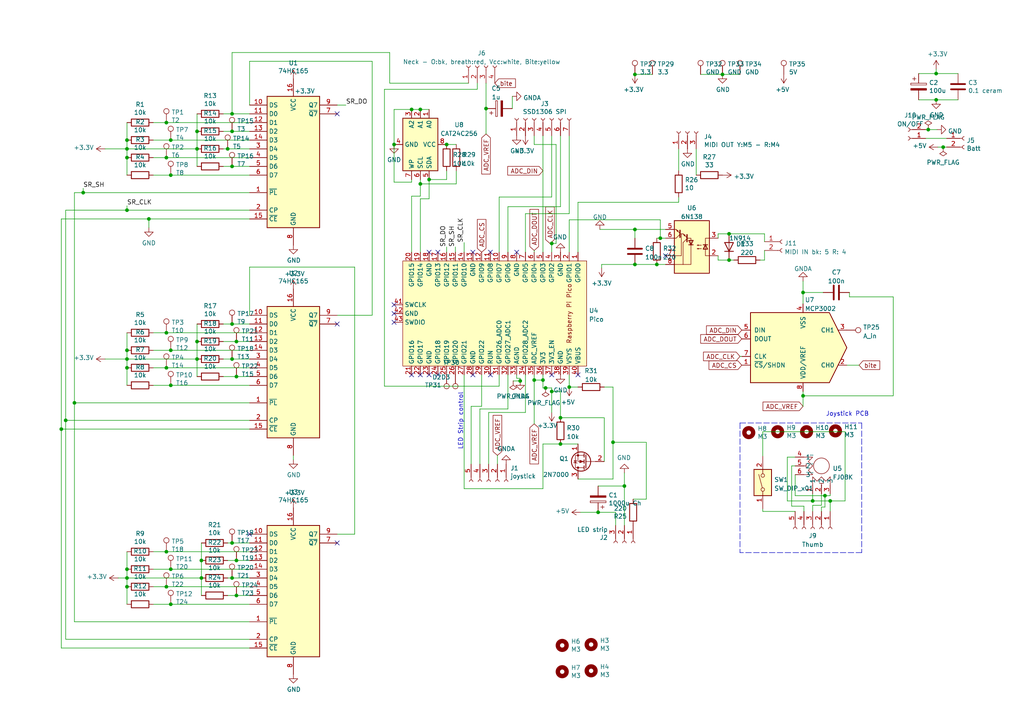
<source format=kicad_sch>
(kicad_sch (version 20211123) (generator eeschema)
  (paper "A4")
  (junction (at 235.712 145.288))
  (junction (at 48.26 106.68))
  (junction (at 154.94 110.236))
  (junction (at 158.242 112.522))
  (junction (at 66.04 43.18))
  (junction (at 382.524 160.02))
  (junction (at 48.26 35.56))
  (junction (at 114.3 41.91))
  (junction (at 173.482 148.59))
  (junction (at 364.744 127))
  (junction (at 165.1 112.268))
  (junction (at 36.83 45.72))
  (junction (at 273.558 42.672))
  (junction (at 49.53 101.6))
  (junction (at 211.455 67.818))
  (junction (at 57.15 38.1))
  (junction (at 160.02 113.538))
  (junction (at 67.31 93.98))
  (junction (at 184.15 21.59))
  (junction (at 190.5 76.708))
  (junction (at 67.31 38.1))
  (junction (at 48.26 45.72))
  (junction (at 49.53 111.76))
  (junction (at 24.13 55.88))
  (junction (at 36.83 170.18))
  (junction (at 57.15 99.06))
  (junction (at 48.26 170.18))
  (junction (at 58.42 167.64))
  (junction (at 157.48 110.236))
  (junction (at 19.05 121.92))
  (junction (at 271.526 28.956))
  (junction (at 240.792 145.288))
  (junction (at 364.744 123.19))
  (junction (at 67.31 33.02))
  (junction (at 162.56 121.158))
  (junction (at 57.15 43.18))
  (junction (at 36.83 106.68))
  (junction (at 239.268 143.764))
  (junction (at 57.15 104.14))
  (junction (at 184.15 76.708))
  (junction (at 181.102 140.97))
  (junction (at 36.83 101.6))
  (junction (at 36.83 167.64))
  (junction (at 359.664 139.7))
  (junction (at 68.58 172.72))
  (junction (at 121.92 31.75))
  (junction (at 68.58 162.56))
  (junction (at 269.24 37.592))
  (junction (at 49.53 175.26))
  (junction (at 177.8 128.27))
  (junction (at 36.83 40.64))
  (junction (at 184.15 66.548))
  (junction (at 232.918 114.808))
  (junction (at 67.31 157.48))
  (junction (at 36.83 43.18))
  (junction (at 382.524 163.576))
  (junction (at 369.824 134.62))
  (junction (at 49.53 50.8))
  (junction (at 43.18 63.5))
  (junction (at 271.526 21.336))
  (junction (at 36.83 104.14))
  (junction (at 140.97 31.496))
  (junction (at 48.26 160.02))
  (junction (at 162.56 128.778))
  (junction (at 119.38 31.75))
  (junction (at 36.83 60.96))
  (junction (at 58.42 162.56))
  (junction (at 129.54 41.91))
  (junction (at 67.31 48.26))
  (junction (at 36.83 165.1))
  (junction (at 21.59 116.84))
  (junction (at 17.78 124.46))
  (junction (at 67.31 104.14))
  (junction (at 232.918 84.836))
  (junction (at 49.53 165.1))
  (junction (at 160.02 70.612))
  (junction (at 48.26 96.52))
  (junction (at 150.876 110.49))
  (junction (at 124.46 52.07))
  (junction (at 364.744 139.7))
  (junction (at 209.55 21.59))
  (junction (at 191.516 69.088))
  (junction (at 68.58 99.06))
  (junction (at 49.53 40.64))
  (junction (at 121.92 53.34))
  (junction (at 67.31 167.64))
  (junction (at 68.58 109.22))
  (junction (at 211.455 75.438))
  (no_connect (at 97.79 33.02))
  (no_connect (at 160.02 108.712))
  (no_connect (at 142.24 73.152))
  (no_connect (at 119.38 108.712))
  (no_connect (at 114.3 93.472))
  (no_connect (at 124.46 73.152))
  (no_connect (at 127 73.152))
  (no_connect (at 137.16 73.152))
  (no_connect (at 97.79 157.48))
  (no_connect (at 137.16 108.712))
  (no_connect (at 114.3 90.932))
  (no_connect (at 149.86 73.152))
  (no_connect (at 72.39 154.94))
  (no_connect (at 124.46 108.712))
  (no_connect (at 371.094 142.24))
  (no_connect (at 371.094 144.78))
  (no_connect (at 371.094 147.32))
  (no_connect (at 142.24 108.712))
  (no_connect (at 114.3 88.392))
  (no_connect (at 97.79 93.98))
  (no_connect (at 127 108.712))
  (no_connect (at 193.04 74.168))
  (no_connect (at 121.92 108.712))
  (no_connect (at 167.64 108.712))
  (wire (pts (xy 57.15 33.02) (xy 57.15 38.1)))
  (wire (pts (xy 111.506 25.908) (xy 138.43 25.908)))
  (wire (pts (xy 68.58 109.22) (xy 64.77 109.22)))
  (wire (pts (xy 230.632 148.336) (xy 221.234 148.336)))
  (wire (pts (xy 44.45 45.72) (xy 48.26 45.72)))
  (wire (pts (xy 181.102 137.16) (xy 181.102 140.97)))
  (wire (pts (xy 229.616 146.812) (xy 233.172 146.812)))
  (wire (pts (xy 72.39 40.64) (xy 49.53 40.64)))
  (wire (pts (xy 162.56 121.158) (xy 175.26 121.158)))
  (wire (pts (xy 113.03 15.24) (xy 113.03 24.13)))
  (wire (pts (xy 57.15 93.98) (xy 57.15 99.06)))
  (wire (pts (xy 132.334 49.53) (xy 132.334 53.34)))
  (wire (pts (xy 68.58 99.06) (xy 72.39 99.06)))
  (wire (pts (xy 364.744 139.7) (xy 364.744 150.876)))
  (wire (pts (xy 368.554 142.24) (xy 368.554 134.62)))
  (wire (pts (xy 238.252 143.256) (xy 238.252 146.558)))
  (wire (pts (xy 374.396 167.386) (xy 396.494 167.386)))
  (wire (pts (xy 144.78 112.014) (xy 111.506 112.014)))
  (wire (pts (xy 30.48 104.14) (xy 36.83 104.14)))
  (wire (pts (xy 72.39 180.34) (xy 21.59 180.34)))
  (polyline (pts (xy 394.208 100.076) (xy 393.954 173.736)))
  (wire (pts (xy 230.632 143.764) (xy 239.268 143.764)))
  (wire (pts (xy 48.26 170.18) (xy 72.39 170.18)))
  (wire (pts (xy 48.26 160.02) (xy 72.39 160.02)))
  (wire (pts (xy 134.62 108.712) (xy 134.62 141.732)))
  (wire (pts (xy 221.742 75.438) (xy 220.472 75.438)))
  (wire (pts (xy 378.206 160.02) (xy 382.524 160.02)))
  (wire (pts (xy 72.39 121.92) (xy 19.05 121.92)))
  (wire (pts (xy 58.42 167.64) (xy 58.42 172.72)))
  (wire (pts (xy 66.04 162.56) (xy 68.58 162.56)))
  (wire (pts (xy 119.38 52.832) (xy 119.38 52.07)))
  (wire (pts (xy 271.526 21.336) (xy 271.526 20.066)))
  (wire (pts (xy 157.48 141.732) (xy 157.48 128.778)))
  (wire (pts (xy 44.45 175.26) (xy 49.53 175.26)))
  (wire (pts (xy 368.554 134.62) (xy 369.824 134.62)))
  (wire (pts (xy 67.31 15.24) (xy 67.31 33.02)))
  (wire (pts (xy 64.77 99.06) (xy 68.58 99.06)))
  (wire (pts (xy 240.792 143.764) (xy 240.792 143.256)))
  (wire (pts (xy 174.498 76.708) (xy 174.498 77.724)))
  (wire (pts (xy 121.92 53.34) (xy 121.92 56.896)))
  (wire (pts (xy 175.26 121.158) (xy 175.26 133.858)))
  (wire (pts (xy 57.15 99.06) (xy 57.15 104.14)))
  (wire (pts (xy 114.3 31.75) (xy 114.3 41.91)))
  (wire (pts (xy 139.192 134.62) (xy 139.192 118.618)))
  (wire (pts (xy 36.83 59.69) (xy 36.83 60.96)))
  (wire (pts (xy 149.86 109.728) (xy 150.876 109.728)))
  (wire (pts (xy 190.5 69.088) (xy 191.516 69.088)))
  (wire (pts (xy 66.04 172.72) (xy 68.58 172.72)))
  (polyline (pts (xy 214.63 122.682) (xy 214.63 160.274)))
  (wire (pts (xy 136.652 117.856) (xy 136.652 134.62)))
  (wire (pts (xy 17.78 187.96) (xy 17.78 124.46)))
  (wire (pts (xy 48.26 35.56) (xy 72.39 35.56)))
  (wire (pts (xy 184.15 21.59) (xy 189.23 21.59)))
  (wire (pts (xy 235.712 143.256) (xy 235.712 145.288)))
  (wire (pts (xy 271.526 21.336) (xy 277.876 21.336)))
  (wire (pts (xy 358.14 133.858) (xy 358.14 137.16)))
  (wire (pts (xy 72.39 91.44) (xy 72.39 77.47)))
  (wire (pts (xy 85.09 132.08) (xy 85.09 133.35)))
  (wire (pts (xy 152.4 73.152) (xy 152.4 61.976)))
  (wire (pts (xy 358.14 142.24) (xy 368.554 142.24)))
  (wire (pts (xy 36.83 60.96) (xy 72.39 60.96)))
  (wire (pts (xy 49.53 50.8) (xy 44.45 50.8)))
  (wire (pts (xy 36.83 101.6) (xy 36.83 96.52)))
  (wire (pts (xy 238.252 147.066) (xy 239.268 147.066)))
  (wire (pts (xy 162.56 39.37) (xy 162.56 59.944)))
  (wire (pts (xy 374.396 163.576) (xy 374.396 167.386)))
  (wire (pts (xy 239.268 143.764) (xy 240.792 143.764)))
  (wire (pts (xy 147.32 118.618) (xy 147.32 108.712)))
  (wire (pts (xy 113.03 24.13) (xy 135.89 24.13)))
  (wire (pts (xy 196.85 57.15) (xy 196.85 58.674)))
  (wire (pts (xy 229.616 135.128) (xy 230.632 135.128)))
  (wire (pts (xy 72.39 187.96) (xy 17.78 187.96)))
  (wire (pts (xy 140.97 38.862) (xy 140.97 31.496)))
  (wire (pts (xy 66.04 167.64) (xy 67.31 167.64)))
  (wire (pts (xy 114.3 52.832) (xy 119.38 52.832)))
  (wire (pts (xy 160.02 70.612) (xy 160.02 73.152)))
  (wire (pts (xy 273.558 42.672) (xy 272.034 42.672)))
  (wire (pts (xy 181.102 140.97) (xy 181.102 152.4)))
  (wire (pts (xy 44.45 35.56) (xy 48.26 35.56)))
  (wire (pts (xy 67.31 157.48) (xy 72.39 157.48)))
  (wire (pts (xy 174.498 76.708) (xy 184.15 76.708)))
  (wire (pts (xy 154.94 72.644) (xy 154.94 73.152)))
  (wire (pts (xy 382.524 163.576) (xy 384.302 163.576)))
  (wire (pts (xy 72.39 77.47) (xy 102.87 77.47)))
  (wire (pts (xy 191.516 69.088) (xy 193.04 69.088)))
  (wire (pts (xy 208.28 74.168) (xy 208.28 75.438)))
  (wire (pts (xy 107.95 91.44) (xy 97.79 91.44)))
  (wire (pts (xy 364.744 127) (xy 364.744 137.16)))
  (wire (pts (xy 58.42 157.48) (xy 58.42 162.56)))
  (wire (pts (xy 228.346 145.288) (xy 235.712 145.288)))
  (wire (pts (xy 141.732 134.62) (xy 141.732 119.634)))
  (wire (pts (xy 43.18 63.5) (xy 72.39 63.5)))
  (wire (pts (xy 72.39 50.8) (xy 49.53 50.8)))
  (wire (pts (xy 148.844 110.49) (xy 150.876 110.49)))
  (wire (pts (xy 58.42 167.64) (xy 58.42 162.56)))
  (wire (pts (xy 36.83 167.64) (xy 36.83 170.18)))
  (wire (pts (xy 36.83 165.1) (xy 36.83 160.02)))
  (wire (pts (xy 134.62 70.358) (xy 134.62 73.152)))
  (polyline (pts (xy 351.79 100.33) (xy 394.208 100.076)))
  (wire (pts (xy 157.48 128.778) (xy 162.56 128.778)))
  (wire (pts (xy 162.56 121.158) (xy 162.56 113.538)))
  (wire (pts (xy 72.39 30.48) (xy 72.39 17.78)))
  (wire (pts (xy 266.446 28.956) (xy 271.526 28.956)))
  (wire (pts (xy 44.45 106.68) (xy 48.26 106.68)))
  (wire (pts (xy 36.83 43.18) (xy 36.83 40.64)))
  (wire (pts (xy 49.53 111.76) (xy 72.39 111.76)))
  (wire (pts (xy 221.234 125.222) (xy 245.11 125.222)))
  (wire (pts (xy 175.26 112.268) (xy 177.8 112.268)))
  (wire (pts (xy 113.03 15.24) (xy 67.31 15.24)))
  (wire (pts (xy 121.92 73.152) (xy 121.92 57.658)))
  (wire (pts (xy 208.28 75.438) (xy 211.455 75.438)))
  (wire (pts (xy 129.54 71.628) (xy 129.54 73.152)))
  (wire (pts (xy 233.172 146.812) (xy 233.172 148.336)))
  (wire (pts (xy 119.38 31.75) (xy 121.92 31.75)))
  (wire (pts (xy 72.39 165.1) (xy 49.53 165.1)))
  (wire (pts (xy 139.7 108.712) (xy 139.7 117.856)))
  (wire (pts (xy 162.56 128.778) (xy 167.64 128.778)))
  (wire (pts (xy 139.7 117.856) (xy 136.652 117.856)))
  (wire (pts (xy 208.28 67.818) (xy 211.455 67.818)))
  (wire (pts (xy 48.26 96.52) (xy 44.45 96.52)))
  (wire (pts (xy 36.83 170.18) (xy 36.83 175.26)))
  (wire (pts (xy 268.478 40.132) (xy 274.574 40.132)))
  (wire (pts (xy 36.83 45.72) (xy 36.83 50.8)))
  (wire (pts (xy 358.14 139.7) (xy 359.664 139.7)))
  (wire (pts (xy 44.45 160.02) (xy 48.26 160.02)))
  (wire (pts (xy 230.632 137.668) (xy 230.632 143.764)))
  (wire (pts (xy 141.732 119.634) (xy 152.4 119.634)))
  (wire (pts (xy 24.13 54.61) (xy 24.13 55.88)))
  (wire (pts (xy 266.446 21.336) (xy 271.526 21.336)))
  (wire (pts (xy 221.742 72.644) (xy 221.742 75.438)))
  (wire (pts (xy 229.616 146.812) (xy 229.616 135.128)))
  (wire (pts (xy 64.77 104.14) (xy 67.31 104.14)))
  (wire (pts (xy 121.92 57.658) (xy 124.46 57.658)))
  (wire (pts (xy 24.13 55.88) (xy 72.39 55.88)))
  (wire (pts (xy 111.506 112.014) (xy 111.506 25.908)))
  (wire (pts (xy 165.1 39.37) (xy 165.1 61.976)))
  (wire (pts (xy 152.4 61.976) (xy 165.1 61.976)))
  (wire (pts (xy 240.792 145.288) (xy 240.792 148.336)))
  (wire (pts (xy 19.05 185.42) (xy 72.39 185.42)))
  (wire (pts (xy 159.512 70.612) (xy 160.02 70.612)))
  (wire (pts (xy 57.15 43.18) (xy 36.83 43.18)))
  (wire (pts (xy 64.77 48.26) (xy 67.31 48.26)))
  (wire (pts (xy 203.2 21.59) (xy 209.55 21.59)))
  (wire (pts (xy 209.55 21.59) (xy 214.63 21.59)))
  (wire (pts (xy 269.24 37.592) (xy 268.478 37.592)))
  (wire (pts (xy 154.94 110.236) (xy 157.48 110.236)))
  (polyline (pts (xy 214.63 122.682) (xy 249.936 122.682)))
  (wire (pts (xy 232.918 114.808) (xy 259.08 114.808)))
  (wire (pts (xy 184.15 76.708) (xy 190.5 76.708)))
  (wire (pts (xy 364.744 137.16) (xy 371.094 137.16)))
  (wire (pts (xy 382.016 163.576) (xy 382.524 163.576)))
  (wire (pts (xy 165.1 108.712) (xy 165.1 112.268)))
  (wire (pts (xy 44.45 111.76) (xy 49.53 111.76)))
  (wire (pts (xy 121.92 56.896) (xy 119.38 56.896)))
  (wire (pts (xy 165.1 73.152) (xy 165.1 63.754)))
  (wire (pts (xy 144.78 57.15) (xy 160.02 57.15)))
  (wire (pts (xy 102.87 77.47) (xy 102.87 154.94)))
  (wire (pts (xy 19.05 185.42) (xy 19.05 121.92)))
  (wire (pts (xy 121.92 31.75) (xy 124.46 31.75)))
  (wire (pts (xy 67.31 48.26) (xy 72.39 48.26)))
  (wire (pts (xy 64.77 93.98) (xy 67.31 93.98)))
  (polyline (pts (xy 393.954 173.736) (xy 352.552 173.736)))
  (wire (pts (xy 134.62 141.732) (xy 157.48 141.732)))
  (wire (pts (xy 358.14 144.78) (xy 359.664 144.78)))
  (wire (pts (xy 173.99 66.548) (xy 184.15 66.548)))
  (wire (pts (xy 148.59 31.496) (xy 148.59 27.94)))
  (wire (pts (xy 157.48 39.37) (xy 157.48 73.152)))
  (wire (pts (xy 102.87 154.94) (xy 97.79 154.94)))
  (wire (pts (xy 382.524 163.576) (xy 382.524 160.02)))
  (wire (pts (xy 369.824 134.62) (xy 371.094 134.62)))
  (wire (pts (xy 364.744 139.7) (xy 371.094 139.7)))
  (wire (pts (xy 228.346 132.588) (xy 228.346 145.288)))
  (wire (pts (xy 67.31 104.14) (xy 72.39 104.14)))
  (wire (pts (xy 178.562 148.59) (xy 178.562 152.4)))
  (wire (pts (xy 107.95 17.78) (xy 107.95 91.44)))
  (wire (pts (xy 64.77 43.18) (xy 66.04 43.18)))
  (wire (pts (xy 235.712 145.288) (xy 240.792 145.288)))
  (wire (pts (xy 154.94 110.236) (xy 154.94 108.712)))
  (wire (pts (xy 132.08 71.628) (xy 132.08 73.152)))
  (wire (pts (xy 359.664 144.78) (xy 359.664 151.13)))
  (wire (pts (xy 235.712 146.558) (xy 235.712 148.336)))
  (wire (pts (xy 342.392 156.972) (xy 342.392 133.858)))
  (wire (pts (xy 277.876 28.956) (xy 271.526 28.956)))
  (wire (pts (xy 30.48 43.18) (xy 36.83 43.18)))
  (wire (pts (xy 19.05 121.92) (xy 19.05 60.96)))
  (wire (pts (xy 67.31 167.64) (xy 72.39 167.64)))
  (wire (pts (xy 124.46 52.07) (xy 129.54 52.07)))
  (wire (pts (xy 57.15 104.14) (xy 57.15 109.22)))
  (wire (pts (xy 190.5 76.708) (xy 193.04 76.708)))
  (wire (pts (xy 68.58 162.56) (xy 72.39 162.56)))
  (wire (pts (xy 36.83 40.64) (xy 36.83 35.56)))
  (polyline (pts (xy 351.6443 100.2578) (xy 352.552 173.736)))
  (wire (pts (xy 58.42 167.64) (xy 36.83 167.64)))
  (wire (pts (xy 359.918 123.19) (xy 364.744 123.19)))
  (wire (pts (xy 232.918 84.836) (xy 238.76 84.836)))
  (wire (pts (xy 359.664 139.7) (xy 364.744 139.7)))
  (wire (pts (xy 66.04 157.48) (xy 67.31 157.48)))
  (wire (pts (xy 114.3 41.91) (xy 114.3 52.832)))
  (wire (pts (xy 72.39 96.52) (xy 48.26 96.52)))
  (wire (pts (xy 149.86 108.712) (xy 149.86 109.728)))
  (wire (pts (xy 201.93 43.18) (xy 201.93 50.8)))
  (wire (pts (xy 384.302 150.876) (xy 384.302 161.036)))
  (wire (pts (xy 34.29 167.64) (xy 36.83 167.64)))
  (wire (pts (xy 132.334 53.34) (xy 121.92 53.34)))
  (wire (pts (xy 144.78 108.712) (xy 144.78 112.014)))
  (wire (pts (xy 138.43 25.908) (xy 138.43 24.13)))
  (wire (pts (xy 157.48 108.712) (xy 157.48 110.236)))
  (wire (pts (xy 364.744 123.19) (xy 364.744 127)))
  (wire (pts (xy 232.918 84.836) (xy 232.918 88.138)))
  (wire (pts (xy 239.268 147.066) (xy 239.268 143.764)))
  (wire (pts (xy 364.744 121.92) (xy 364.744 123.19)))
  (wire (pts (xy 114.3 31.75) (xy 119.38 31.75)))
  (wire (pts (xy 57.15 104.14) (xy 36.83 104.14)))
  (wire (pts (xy 160.02 112.522) (xy 160.02 113.538)))
  (wire (pts (xy 144.272 134.62) (xy 144.272 132.08)))
  (wire (pts (xy 48.26 45.72) (xy 72.39 45.72)))
  (wire (pts (xy 183.642 144.78) (xy 187.452 144.78)))
  (wire (pts (xy 173.482 140.97) (xy 181.102 140.97)))
  (wire (pts (xy 49.53 40.64) (xy 44.45 40.64)))
  (wire (pts (xy 161.29 41.91) (xy 161.29 70.612)))
  (wire (pts (xy 364.744 150.876) (xy 384.302 150.876)))
  (wire (pts (xy 230.632 132.588) (xy 228.346 132.588)))
  (wire (pts (xy 214.63 103.378) (xy 215.138 103.378)))
  (wire (pts (xy 67.31 33.02) (xy 72.39 33.02)))
  (wire (pts (xy 157.48 110.236) (xy 157.48 112.522)))
  (wire (pts (xy 167.64 58.674) (xy 196.85 58.674)))
  (wire (pts (xy 359.918 130.81) (xy 359.664 139.7)))
  (wire (pts (xy 396.494 123.19) (xy 364.744 123.19)))
  (wire (pts (xy 157.48 112.522) (xy 158.242 112.522)))
  (wire (pts (xy 21.59 55.88) (xy 24.13 55.88)))
  (wire (pts (xy 44.45 170.18) (xy 48.26 170.18)))
  (wire (pts (xy 160.02 39.37) (xy 160.02 57.15)))
  (wire (pts (xy 72.39 101.6) (xy 49.53 101.6)))
  (wire (pts (xy 36.83 106.68) (xy 36.83 111.76)))
  (wire (pts (xy 238.252 148.336) (xy 238.252 147.066)))
  (wire (pts (xy 129.54 52.07) (xy 129.54 49.53)))
  (wire (pts (xy 67.31 93.98) (xy 72.39 93.98)))
  (wire (pts (xy 396.494 167.386) (xy 396.494 123.19)))
  (wire (pts (xy 240.792 145.288) (xy 245.11 145.288)))
  (wire (pts (xy 168.402 148.59) (xy 173.482 148.59)))
  (wire (pts (xy 72.39 17.78) (xy 107.95 17.78)))
  (wire (pts (xy 48.26 106.68) (xy 72.39 106.68)))
  (wire (pts (xy 43.18 66.04) (xy 43.18 63.5)))
  (wire (pts (xy 191.516 63.754) (xy 191.516 69.088)))
  (wire (pts (xy 64.77 38.1) (xy 67.31 38.1)))
  (wire (pts (xy 72.39 124.46) (xy 17.78 124.46)))
  (wire (pts (xy 184.15 66.548) (xy 193.04 66.548)))
  (wire (pts (xy 144.78 57.15) (xy 144.78 73.152)))
  (wire (pts (xy 211.455 75.438) (xy 212.852 75.438)))
  (wire (pts (xy 68.58 172.72) (xy 72.39 172.72)))
  (wire (pts (xy 364.744 127) (xy 369.824 127)))
  (wire (pts (xy 57.15 38.1) (xy 57.15 43.18)))
  (wire (pts (xy 196.85 43.18) (xy 196.85 49.53)))
  (wire (pts (xy 161.29 41.91) (xy 154.94 41.91)))
  (wire (pts (xy 152.4 119.634) (xy 152.4 108.712)))
  (wire (pts (xy 147.32 59.944) (xy 147.32 73.152)))
  (wire (pts (xy 162.56 113.538) (xy 160.02 113.538)))
  (wire (pts (xy 208.28 69.088) (xy 208.28 67.818)))
  (wire (pts (xy 140.97 24.13) (xy 140.97 31.496)))
  (wire (pts (xy 162.56 59.944) (xy 147.32 59.944)))
  (wire (pts (xy 382.524 160.02) (xy 382.524 156.972)))
  (wire (pts (xy 154.94 41.91) (xy 154.94 39.37)))
  (wire (pts (xy 150.876 109.728) (xy 150.876 110.49)))
  (wire (pts (xy 167.64 58.674) (xy 167.64 73.152)))
  (wire (pts (xy 49.53 175.26) (xy 72.39 175.26)))
  (wire (pts (xy 232.918 117.856) (xy 232.918 114.808)))
  (wire (pts (xy 245.11 125.222) (xy 245.11 145.288)))
  (polyline (pts (xy 249.936 122.682) (xy 249.936 160.274)))
  (wire (pts (xy 187.452 128.27) (xy 187.452 144.78)))
  (polyline (pts (xy 249.936 160.274) (xy 214.63 160.274)))
  (wire (pts (xy 165.1 112.268) (xy 167.64 112.268)))
  (wire (pts (xy 167.64 138.938) (xy 177.8 138.938)))
  (wire (pts (xy 66.04 43.18) (xy 72.39 43.18)))
  (wire (pts (xy 245.618 105.918) (xy 249.174 105.918)))
  (wire (pts (xy 342.392 133.858) (xy 358.14 133.858)))
  (wire (pts (xy 177.8 112.268) (xy 177.8 128.27)))
  (wire (pts (xy 36.83 167.64) (xy 36.83 165.1)))
  (wire (pts (xy 378.206 159.766) (xy 378.206 160.02)))
  (wire (pts (xy 49.53 165.1) (xy 44.45 165.1)))
  (wire (pts (xy 67.31 38.1) (xy 72.39 38.1)))
  (wire (pts (xy 36.83 43.18) (xy 36.83 45.72)))
  (wire (pts (xy 19.05 60.96) (xy 36.83 60.96)))
  (wire (pts (xy 158.242 112.522) (xy 160.02 112.522)))
  (wire (pts (xy 221.742 67.818) (xy 221.742 70.104)))
  (wire (pts (xy 124.46 57.658) (xy 124.46 52.07)))
  (wire (pts (xy 64.77 33.02) (xy 67.31 33.02)))
  (wire (pts (xy 177.8 128.27) (xy 177.8 138.938)))
  (wire (pts (xy 21.59 55.88) (xy 21.59 116.84)))
  (wire (pts (xy 21.59 116.84) (xy 21.59 180.34)))
  (wire (pts (xy 57.15 43.18) (xy 57.15 48.26)))
  (wire (pts (xy 184.15 66.548) (xy 184.15 69.088)))
  (wire (pts (xy 246.38 86.106) (xy 246.38 84.836)))
  (wire (pts (xy 72.39 109.22) (xy 68.58 109.22)))
  (wire (pts (xy 221.234 148.336) (xy 221.234 147.574)))
  (wire (pts (xy 221.234 132.334) (xy 221.234 125.222)))
  (wire (pts (xy 232.918 81.534) (xy 232.918 84.836)))
  (wire (pts (xy 165.1 63.754) (xy 191.516 63.754)))
  (wire (pts (xy 36.83 104.14) (xy 36.83 101.6)))
  (wire (pts (xy 259.08 114.808) (xy 259.08 86.106)))
  (wire (pts (xy 129.54 41.91) (xy 132.334 41.91)))
  (wire (pts (xy 121.92 53.34) (xy 121.92 52.07)))
  (wire (pts (xy 232.918 114.808) (xy 232.918 113.538)))
  (wire (pts (xy 154.94 110.236) (xy 154.94 122.936)))
  (wire (pts (xy 97.79 30.48) (xy 100.33 30.48)))
  (wire (pts (xy 274.574 42.672) (xy 273.558 42.672)))
  (wire (pts (xy 161.29 70.612) (xy 160.02 70.612)))
  (wire (pts (xy 238.252 146.558) (xy 235.712 146.558)))
  (wire (pts (xy 36.83 104.14) (xy 36.83 106.68)))
  (wire (pts (xy 259.08 86.106) (xy 246.38 86.106)))
  (wire (pts (xy 139.192 118.618) (xy 147.32 118.618)))
  (wire (pts (xy 342.392 156.972) (xy 382.524 156.972)))
  (wire (pts (xy 72.39 116.84) (xy 21.59 116.84)))
  (wire (pts (xy 17.78 63.5) (xy 43.18 63.5)))
  (wire (pts (xy 173.482 148.59) (xy 178.562 148.59)))
  (wire (pts (xy 177.8 128.27) (xy 187.452 128.27)))
  (wire (pts (xy 119.38 56.896) (xy 119.38 73.152)))
  (wire (pts (xy 17.78 124.46) (xy 17.78 63.5)))
  (wire (pts (xy 160.02 119.634) (xy 160.02 113.538)))
  (wire (pts (xy 211.455 67.818) (xy 221.742 67.818)))
  (wire (pts (xy 49.53 101.6) (xy 44.45 101.6)))
  (wire (pts (xy 271.78 37.592) (xy 269.24 37.592)))
  (text "vcc" (at 377.19 140.462 0) (effects (font (size 1.27 1.27)) (justify left bottom)))
  (text "TODO: check if gain\nis in the right dir" (at 353.568 168.656 0) (effects (font (size 1.27 1.27)) (justify left bottom)))
  (text "gnd" (at 377.19 137.922 0) (effects (font (size 1.27 1.27)) (justify left bottom)))
  (text "Joystick PCB\n" (at 239.522 120.904 0) (effects (font (size 1.27 1.27)) (justify left bottom)))
  (text "vout" (at 377.19 135.382 0) (effects (font (size 1.27 1.27)) (justify left bottom)))
  (text "Beak PCB\n" (at 383.032 100.838 0) (effects (font (size 1.27 1.27)) (justify left bottom)))
  (text "LED Strip control" (at 134.366 130.556 90) (effects (font (size 1.27 1.27)) (justify left bottom)))
  (label "SR_CLK" (at 134.62 70.358 90))
  (label "SR_SH" (at 132.08 71.628 90))
  (label "SR_DO" (at 129.54 71.628 90))
  (label "SR_SH" (at 24.13 54.61 0))
  (label "SR_CLK" (at 36.83 59.69 0))
  (label "SR_DO" (at 100.33 30.48 0))
  (global_label "bite" (shape input) (at 249.174 105.918 0) (property "Références Inter-Feuilles" "${INTERSHEET_REFS}" (effects hide)))
  (global_label "ADC_VREF" (shape input) (at 144.272 132.08 90) (property "Références Inter-Feuilles" "${INTERSHEET_REFS}" (effects hide)))
  (global_label "bite" (shape input) (at 143.51 24.13 0) (property "Références Inter-Feuilles" "${INTERSHEET_REFS}" (effects hide)))
  (global_label "ADC_DOUT" (shape input) (at 154.94 72.644 90) (property "Références Inter-Feuilles" "${INTERSHEET_REFS}" (effects hide)))
  (global_label "ADC_DIN" (shape input) (at 215.138 95.758 180) (property "Références Inter-Feuilles" "${INTERSHEET_REFS}" (effects hide)))
  (global_label "ADC_VREF" (shape input) (at 232.918 117.856 180) (property "Références Inter-Feuilles" "${INTERSHEET_REFS}" (effects hide)))
  (global_label "ADC_DOUT" (shape input) (at 215.138 98.298 180) (property "Références Inter-Feuilles" "${INTERSHEET_REFS}" (effects hide)))
  (global_label "ADC_DIN" (shape input) (at 157.48 49.53 180) (property "Références Inter-Feuilles" "${INTERSHEET_REFS}" (effects hide)))
  (global_label "ADC_CLK" (shape input) (at 159.512 70.612 90) (property "Références Inter-Feuilles" "${INTERSHEET_REFS}" (effects hide)))
  (global_label "ADC_CS" (shape input) (at 139.7 73.152 90) (property "Références Inter-Feuilles" "${INTERSHEET_REFS}" (effects hide)))
  (global_label "ADC_VREF" (shape input) (at 154.94 122.936 270) (property "Références Inter-Feuilles" "${INTERSHEET_REFS}" (effects hide)))
  (global_label "ADC_CS" (shape input) (at 215.138 105.918 180) (property "Références Inter-Feuilles" "${INTERSHEET_REFS}" (effects hide)))
  (global_label "ADC_CLK" (shape input) (at 214.63 103.378 180) (property "Références Inter-Feuilles" "${INTERSHEET_REFS}" (effects hide)))
  (global_label "ADC_VREF" (shape input) (at 140.97 38.862 270) (property "Références Inter-Feuilles" "${INTERSHEET_REFS}" (effects hide)))
  (symbol (lib_name "GND_5") (lib_id "power:GND") (at 162.56 73.152 180) (unit 1)
    (property "Reference" "#PWR0101" (effects hide))
    (property "Value" "GND" (at 162.433 68.7578 0))
  )
  (symbol (lib_name "+5V_1") (lib_id "power:+5V") (at 165.1 112.268 180) (unit 1)
    (property "Reference" "#PWR0102" (effects hide))
    (property "Value" "+5V" (at 164.719 116.6622 0))
  )
  (symbol (lib_id "Connector:Conn_01x07_Female") (at 157.48 34.29 90) (unit 1)
    (property "Reference" "J3" (at 157.988 30.099 90))
    (property "Value" "SSD1306 SPI" (at 157.988 32.4104 90))
    (property "Footprint" "Connector_JST:JST_PH_B7B-PH-K_1x07_P2.00mm_Vertical" (effects hide))
  )
  (symbol (lib_name "GND_6") (lib_id "power:GND") (at 149.86 39.37 0) (unit 1)
    (property "Reference" "#PWR0103" (effects hide))
    (property "Value" "GND" (at 149.987 43.7642 0))
  )
  (symbol (lib_name "+3.3V_4") (lib_id "power:+3.3V") (at 152.4 39.37 180) (unit 1)
    (property "Reference" "#PWR0104" (effects hide))
    (property "Value" "+3.3V" (at 152.019 43.7642 0))
  )
  (symbol (lib_name "+3.3V_5") (lib_id "power:+3.3V") (at 160.02 119.634 180) (unit 1)
    (property "Reference" "#PWR0105" (effects hide))
    (property "Value" "+3.3V" (at 158.75 123.444 0))
  )
  (symbol (lib_id "74xx:74HC165") (at 85.09 45.72 0) (unit 1)
    (property "Reference" "U1" (at 85.09 18.2626 0))
    (property "Value" "74HC165" (at 85.09 20.574 0))
    (property "Footprint" "Package_SO:SOIC-16_3.9x9.9mm_P1.27mm" (effects hide))
    (property "Datasheet" "https://assets.nexperia.com/documents/data-sheet/74HC_HCT165.pdf" (effects hide))
  )
  (symbol (lib_id "74xx:74HC165") (at 85.09 106.68 0) (unit 1)
    (property "Reference" "U2" (at 85.09 79.2226 0))
    (property "Value" "74HC165" (at 85.09 81.534 0))
    (property "Footprint" "Package_SO:SOIC-16_3.9x9.9mm_P1.27mm" (effects hide))
    (property "Datasheet" "https://assets.nexperia.com/documents/data-sheet/74HC_HCT165.pdf" (effects hide))
  )
  (symbol (lib_id "74xx:74HC165") (at 85.09 170.18 0) (unit 1)
    (property "Reference" "U3" (at 85.09 142.7226 0))
    (property "Value" "74HC165" (at 85.09 145.034 0))
    (property "Footprint" "Package_SO:SOIC-16_3.9x9.9mm_P1.27mm" (effects hide))
    (property "Datasheet" "https://assets.nexperia.com/documents/data-sheet/74HC_HCT165.pdf" (effects hide))
  )
  (symbol (lib_name "+3.3V_2") (lib_id "power:+3.3V") (at 85.09 22.86 0) (unit 1)
    (property "Reference" "#PWR0108" (effects hide))
    (property "Value" "+3.3V" (at 88.392 26.416 0))
  )
  (symbol (lib_name "+3.3V_3") (lib_id "power:+3.3V") (at 85.09 83.82 0) (unit 1)
    (property "Reference" "#PWR0109" (effects hide))
    (property "Value" "+3.3V" (at 85.471 79.4258 0))
  )
  (symbol (lib_name "+3.3V_10") (lib_id "power:+3.3V") (at 85.09 147.32 0) (unit 1)
    (property "Reference" "#PWR0110" (effects hide))
    (property "Value" "+3.3V" (at 85.471 142.9258 0))
  )
  (symbol (lib_id "power:GND") (at 85.09 195.58 0) (unit 1)
    (property "Reference" "#PWR0112" (effects hide))
    (property "Value" "GND" (at 85.217 199.9742 0))
  )
  (symbol (lib_name "GND_3") (lib_id "power:GND") (at 85.09 71.12 0) (unit 1)
    (property "Reference" "#PWR0113" (effects hide))
    (property "Value" "GND" (at 85.217 75.5142 0))
  )
  (symbol (lib_id "Device:R") (at 60.96 33.02 270) (unit 1)
    (property "Reference" "R13" (at 60.96 27.7622 90))
    (property "Value" "10k" (at 60.96 30.0736 90))
    (property "Footprint" "Resistor_SMD:R_1206_3216Metric_Pad1.30x1.75mm_HandSolder" (effects hide))
  )
  (symbol (lib_id "Device:R") (at 40.64 35.56 270) (unit 1)
    (property "Reference" "R1" (at 40.64 30.3022 90))
    (property "Value" "10k" (at 40.64 32.6136 90))
    (property "Footprint" "Resistor_SMD:R_1206_3216Metric_Pad1.30x1.75mm_HandSolder" (effects hide))
  )
  (symbol (lib_id "Device:R") (at 60.96 38.1 270) (unit 1)
    (property "Reference" "R14" (at 60.96 32.8422 90))
    (property "Value" "10k" (at 60.96 35.1536 90))
    (property "Footprint" "Resistor_SMD:R_1206_3216Metric_Pad1.30x1.75mm_HandSolder" (effects hide))
  )
  (symbol (lib_id "Device:R") (at 40.64 40.64 270) (unit 1)
    (property "Reference" "R2" (at 40.64 35.3822 90))
    (property "Value" "10k" (at 40.64 37.6936 90))
    (property "Footprint" "Resistor_SMD:R_1206_3216Metric_Pad1.30x1.75mm_HandSolder" (effects hide))
  )
  (symbol (lib_id "Device:R") (at 60.96 43.18 270) (unit 1)
    (property "Reference" "R15" (at 60.96 37.9222 90))
    (property "Value" "10k" (at 60.96 40.2336 90))
    (property "Footprint" "Resistor_SMD:R_1206_3216Metric_Pad1.30x1.75mm_HandSolder" (effects hide))
  )
  (symbol (lib_id "Device:R") (at 40.64 45.72 270) (unit 1)
    (property "Reference" "R3" (at 40.64 40.4622 90))
    (property "Value" "10k" (at 40.64 42.7736 90))
    (property "Footprint" "Resistor_SMD:R_1206_3216Metric_Pad1.30x1.75mm_HandSolder" (effects hide))
  )
  (symbol (lib_id "Device:R") (at 60.96 48.26 270) (unit 1)
    (property "Reference" "R16" (at 60.96 43.0022 90))
    (property "Value" "10k" (at 60.96 45.3136 90))
    (property "Footprint" "Resistor_SMD:R_1206_3216Metric_Pad1.30x1.75mm_HandSolder" (effects hide))
  )
  (symbol (lib_id "Device:R") (at 40.64 50.8 270) (unit 1)
    (property "Reference" "R4" (at 40.64 45.5422 90))
    (property "Value" "10k" (at 40.64 47.8536 90))
    (property "Footprint" "Resistor_SMD:R_1206_3216Metric_Pad1.30x1.75mm_HandSolder" (effects hide))
  )
  (symbol (lib_id "Device:R") (at 60.96 93.98 270) (unit 1)
    (property "Reference" "R17" (at 60.96 88.7222 90))
    (property "Value" "10k" (at 60.96 91.0336 90))
    (property "Footprint" "Resistor_SMD:R_1206_3216Metric_Pad1.30x1.75mm_HandSolder" (effects hide))
  )
  (symbol (lib_id "Device:R") (at 40.64 96.52 270) (unit 1)
    (property "Reference" "R5" (at 40.64 91.2622 90))
    (property "Value" "10k" (at 40.64 93.5736 90))
    (property "Footprint" "Resistor_SMD:R_1206_3216Metric_Pad1.30x1.75mm_HandSolder" (effects hide))
  )
  (symbol (lib_id "Device:R") (at 60.96 99.06 270) (unit 1)
    (property "Reference" "R18" (at 60.96 93.8022 90))
    (property "Value" "10k" (at 60.96 96.1136 90))
    (property "Footprint" "Resistor_SMD:R_1206_3216Metric_Pad1.30x1.75mm_HandSolder" (effects hide))
  )
  (symbol (lib_id "Device:R") (at 40.64 101.6 270) (unit 1)
    (property "Reference" "R6" (at 40.64 96.3422 90))
    (property "Value" "10k" (at 40.64 98.6536 90))
    (property "Footprint" "Resistor_SMD:R_1206_3216Metric_Pad1.30x1.75mm_HandSolder" (effects hide))
  )
  (symbol (lib_id "Device:R") (at 60.96 104.14 270) (unit 1)
    (property "Reference" "R19" (at 60.96 98.8822 90))
    (property "Value" "10k" (at 60.96 101.1936 90))
    (property "Footprint" "Resistor_SMD:R_1206_3216Metric_Pad1.30x1.75mm_HandSolder" (effects hide))
  )
  (symbol (lib_id "Device:R") (at 40.64 106.68 270) (unit 1)
    (property "Reference" "R7" (at 40.64 101.4222 90))
    (property "Value" "10k" (at 40.64 103.7336 90))
    (property "Footprint" "Resistor_SMD:R_1206_3216Metric_Pad1.30x1.75mm_HandSolder" (effects hide))
  )
  (symbol (lib_id "Device:R") (at 60.96 109.22 270) (unit 1)
    (property "Reference" "R20" (at 60.96 103.9622 90))
    (property "Value" "10k" (at 60.96 106.2736 90))
    (property "Footprint" "Resistor_SMD:R_1206_3216Metric_Pad1.30x1.75mm_HandSolder" (effects hide))
  )
  (symbol (lib_id "Device:R") (at 40.64 111.76 270) (unit 1)
    (property "Reference" "R8" (at 40.64 106.5022 90))
    (property "Value" "10k" (at 40.64 108.8136 90))
    (property "Footprint" "Resistor_SMD:R_1206_3216Metric_Pad1.30x1.75mm_HandSolder" (effects hide))
  )
  (symbol (lib_id "Device:R") (at 62.23 157.48 270) (unit 1)
    (property "Reference" "R21" (at 62.23 152.2222 90))
    (property "Value" "10k" (at 62.23 154.5336 90))
    (property "Footprint" "Resistor_SMD:R_1206_3216Metric_Pad1.30x1.75mm_HandSolder" (effects hide))
  )
  (symbol (lib_id "Device:R") (at 40.64 160.02 270) (unit 1)
    (property "Reference" "R9" (at 40.64 154.7622 90))
    (property "Value" "10k" (at 40.64 157.0736 90))
    (property "Footprint" "Resistor_SMD:R_1206_3216Metric_Pad1.30x1.75mm_HandSolder" (effects hide))
  )
  (symbol (lib_id "Device:R") (at 62.23 162.56 270) (unit 1)
    (property "Reference" "R22" (at 62.23 157.3022 90))
    (property "Value" "10k" (at 62.23 159.6136 90))
    (property "Footprint" "Resistor_SMD:R_1206_3216Metric_Pad1.30x1.75mm_HandSolder" (effects hide))
  )
  (symbol (lib_id "Device:R") (at 40.64 165.1 270) (unit 1)
    (property "Reference" "R10" (at 40.64 159.8422 90))
    (property "Value" "10k" (at 40.64 162.1536 90))
    (property "Footprint" "Resistor_SMD:R_1206_3216Metric_Pad1.30x1.75mm_HandSolder" (effects hide))
  )
  (symbol (lib_id "Device:R") (at 62.23 167.64 270) (unit 1)
    (property "Reference" "R23" (at 62.23 162.3822 90))
    (property "Value" "10k" (at 62.23 164.6936 90))
    (property "Footprint" "Resistor_SMD:R_1206_3216Metric_Pad1.30x1.75mm_HandSolder" (effects hide))
  )
  (symbol (lib_id "Device:R") (at 40.64 170.18 270) (unit 1)
    (property "Reference" "R11" (at 40.64 164.9222 90))
    (property "Value" "10k" (at 40.64 167.2336 90))
    (property "Footprint" "Resistor_SMD:R_1206_3216Metric_Pad1.30x1.75mm_HandSolder" (effects hide))
  )
  (symbol (lib_id "Device:R") (at 62.23 172.72 270) (unit 1)
    (property "Reference" "R24" (at 62.23 167.4622 90))
    (property "Value" "10k" (at 62.23 169.7736 90))
    (property "Footprint" "Resistor_SMD:R_1206_3216Metric_Pad1.30x1.75mm_HandSolder" (effects hide))
  )
  (symbol (lib_id "Device:R") (at 40.64 175.26 270) (unit 1)
    (property "Reference" "R12" (at 40.64 170.0022 90))
    (property "Value" "10k" (at 40.64 172.3136 90))
    (property "Footprint" "Resistor_SMD:R_1206_3216Metric_Pad1.30x1.75mm_HandSolder" (effects hide))
  )
  (symbol (lib_id "power:+3.3V") (at 34.29 167.64 90) (unit 1)
    (property "Reference" "#PWR0116" (effects hide))
    (property "Value" "+3.3V" (at 31.0388 167.259 90) (effects (justify left)))
  )
  (symbol (lib_name "+3.3V_1") (lib_id "power:+3.3V") (at 30.48 43.18 90) (unit 1)
    (property "Reference" "#PWR0114" (effects hide))
    (property "Value" "+3.3V" (at 27.2288 42.799 90) (effects (justify left)))
  )
  (symbol (lib_name "+3.3V_9") (lib_id "power:+3.3V") (at 30.48 104.14 90) (unit 1)
    (property "Reference" "#PWR0115" (effects hide))
    (property "Value" "+3.3V" (at 27.2288 103.759 90) (effects (justify left)))
  )
  (symbol (lib_id "Connector:TestPoint") (at 48.26 35.56 0) (unit 1)
    (property "Reference" "TP1" (at 49.7332 32.5628 0) (effects (justify left)))
    (property "Value" "T2" (at 49.7332 34.8742 0) (effects (justify left)))
    (property "Footprint" "TestPoint:TestPoint_THTPad_2.5x2.5mm_Drill1.2mm" (effects hide))
  )
  (symbol (lib_id "Connector:TestPoint") (at 67.31 38.1 0) (unit 1)
    (property "Reference" "TP15" (at 68.7832 35.1028 0) (effects (justify left)))
    (property "Value" "T3" (at 68.7832 37.4142 0) (effects (justify left)))
    (property "Footprint" "TestPoint:TestPoint_THTPad_2.5x2.5mm_Drill1.2mm" (effects hide))
  )
  (symbol (lib_id "Connector:TestPoint") (at 49.53 40.64 0) (unit 1)
    (property "Reference" "TP7" (at 51.0032 37.6428 0) (effects (justify left)))
    (property "Value" "T4" (at 51.0032 39.9542 0) (effects (justify left)))
    (property "Footprint" "TestPoint:TestPoint_THTPad_2.5x2.5mm_Drill1.2mm" (effects hide))
  )
  (symbol (lib_id "Connector:TestPoint") (at 66.04 43.18 0) (unit 1)
    (property "Reference" "TP14" (at 67.5132 40.1828 0) (effects (justify left)))
    (property "Value" "T5" (at 67.5132 42.4942 0) (effects (justify left)))
    (property "Footprint" "TestPoint:TestPoint_THTPad_2.5x2.5mm_Drill1.2mm" (effects hide))
  )
  (symbol (lib_id "Connector:TestPoint") (at 48.26 45.72 0) (unit 1)
    (property "Reference" "TP2" (at 49.7332 42.7228 0) (effects (justify left)))
    (property "Value" "T6" (at 49.7332 45.0342 0) (effects (justify left)))
    (property "Footprint" "TestPoint:TestPoint_THTPad_2.5x2.5mm_Drill1.2mm" (effects hide))
  )
  (symbol (lib_id "Connector:TestPoint") (at 67.31 48.26 0) (unit 1)
    (property "Reference" "TP16" (at 68.7832 45.2628 0) (effects (justify left)))
    (property "Value" "T7" (at 68.7832 47.5742 0) (effects (justify left)))
    (property "Footprint" "TestPoint:TestPoint_THTPad_2.5x2.5mm_Drill1.2mm" (effects hide))
  )
  (symbol (lib_id "Connector:TestPoint") (at 49.53 50.8 0) (unit 1)
    (property "Reference" "TP8" (at 51.0032 47.8028 0) (effects (justify left)))
    (property "Value" "T8" (at 51.0032 50.1142 0) (effects (justify left)))
    (property "Footprint" "TestPoint:TestPoint_THTPad_2.5x2.5mm_Drill1.2mm" (effects hide))
  )
  (symbol (lib_id "Connector:TestPoint") (at 67.31 93.98 0) (unit 1)
    (property "Reference" "TP17" (at 68.7832 90.9828 0) (effects (justify left)))
    (property "Value" "T9" (at 68.7832 93.2942 0) (effects (justify left)))
    (property "Footprint" "TestPoint:TestPoint_THTPad_2.5x2.5mm_Drill1.2mm" (effects hide))
  )
  (symbol (lib_id "Connector:TestPoint") (at 68.58 99.06 0) (unit 1)
    (property "Reference" "TP21" (at 70.0532 96.0628 0) (effects (justify left)))
    (property "Value" "T11" (at 70.0532 98.3742 0) (effects (justify left)))
    (property "Footprint" "TestPoint:TestPoint_THTPad_2.5x2.5mm_Drill1.2mm" (effects hide))
  )
  (symbol (lib_id "Connector:TestPoint") (at 67.31 104.14 0) (unit 1)
    (property "Reference" "TP18" (at 68.7832 101.1428 0) (effects (justify left)))
    (property "Value" "T13" (at 68.7832 103.4542 0) (effects (justify left)))
    (property "Footprint" "TestPoint:TestPoint_THTPad_2.5x2.5mm_Drill1.2mm" (effects hide))
  )
  (symbol (lib_id "Connector:TestPoint") (at 68.58 109.22 0) (unit 1)
    (property "Reference" "TP22" (at 70.0532 106.2228 0) (effects (justify left)))
    (property "Value" "T15" (at 70.0532 108.5342 0) (effects (justify left)))
    (property "Footprint" "TestPoint:TestPoint_THTPad_2.5x2.5mm_Drill1.2mm" (effects hide))
  )
  (symbol (lib_id "Connector:TestPoint") (at 48.26 96.52 0) (unit 1)
    (property "Reference" "TP3" (at 49.7332 93.5228 0) (effects (justify left)))
    (property "Value" "T10" (at 49.7332 95.8342 0) (effects (justify left)))
    (property "Footprint" "TestPoint:TestPoint_THTPad_2.5x2.5mm_Drill1.2mm" (effects hide))
  )
  (symbol (lib_id "Connector:TestPoint") (at 49.53 101.6 0) (unit 1)
    (property "Reference" "TP9" (at 51.0032 98.6028 0) (effects (justify left)))
    (property "Value" "T12" (at 51.0032 100.9142 0) (effects (justify left)))
    (property "Footprint" "TestPoint:TestPoint_THTPad_2.5x2.5mm_Drill1.2mm" (effects hide))
  )
  (symbol (lib_id "Connector:TestPoint") (at 48.26 106.68 0) (unit 1)
    (property "Reference" "TP4" (at 49.7332 103.6828 0) (effects (justify left)))
    (property "Value" "T14" (at 49.7332 105.9942 0) (effects (justify left)))
    (property "Footprint" "TestPoint:TestPoint_THTPad_2.5x2.5mm_Drill1.2mm" (effects hide))
  )
  (symbol (lib_id "Connector:TestPoint") (at 49.53 111.76 0) (unit 1)
    (property "Reference" "TP10" (at 51.0032 108.7628 0) (effects (justify left)))
    (property "Value" "T16" (at 51.0032 111.0742 0) (effects (justify left)))
    (property "Footprint" "TestPoint:TestPoint_THTPad_2.5x2.5mm_Drill1.2mm" (effects hide))
  )
  (symbol (lib_id "Connector:TestPoint") (at 67.31 157.48 0) (unit 1)
    (property "Reference" "TP19" (at 68.7832 154.4828 0) (effects (justify left)))
    (property "Value" "T17" (at 68.7832 156.7942 0) (effects (justify left)))
    (property "Footprint" "TestPoint:TestPoint_THTPad_2.5x2.5mm_Drill1.2mm" (effects hide))
  )
  (symbol (lib_id "Connector:TestPoint") (at 68.58 162.56 0) (unit 1)
    (property "Reference" "TP23" (at 70.0532 159.5628 0) (effects (justify left)))
    (property "Value" "T19" (at 70.0532 161.8742 0) (effects (justify left)))
    (property "Footprint" "TestPoint:TestPoint_THTPad_2.5x2.5mm_Drill1.2mm" (effects hide))
  )
  (symbol (lib_id "Connector:TestPoint") (at 67.31 167.64 0) (unit 1)
    (property "Reference" "TP20" (at 68.7832 164.6428 0) (effects (justify left)))
    (property "Value" "T21" (at 68.7832 166.9542 0) (effects (justify left)))
    (property "Footprint" "TestPoint:TestPoint_THTPad_2.5x2.5mm_Drill1.2mm" (effects hide))
  )
  (symbol (lib_id "Connector:TestPoint") (at 68.58 172.72 0) (unit 1)
    (property "Reference" "TP24" (at 70.0532 169.7228 0) (effects (justify left)))
    (property "Value" "T23" (at 70.0532 172.0342 0) (effects (justify left)))
    (property "Footprint" "TestPoint:TestPoint_THTPad_2.5x2.5mm_Drill1.2mm" (effects hide))
  )
  (symbol (lib_id "Connector:TestPoint") (at 48.26 160.02 0) (unit 1)
    (property "Reference" "TP5" (at 49.7332 157.0228 0) (effects (justify left)))
    (property "Value" "T18" (at 49.7332 159.3342 0) (effects (justify left)))
    (property "Footprint" "TestPoint:TestPoint_THTPad_2.5x2.5mm_Drill1.2mm" (effects hide))
  )
  (symbol (lib_id "Connector:TestPoint") (at 49.53 165.1 0) (unit 1)
    (property "Reference" "TP11" (at 51.0032 162.1028 0) (effects (justify left)))
    (property "Value" "T20" (at 51.0032 164.4142 0) (effects (justify left)))
    (property "Footprint" "TestPoint:TestPoint_THTPad_2.5x2.5mm_Drill1.2mm" (effects hide))
  )
  (symbol (lib_id "Connector:TestPoint") (at 48.26 170.18 0) (unit 1)
    (property "Reference" "TP6" (at 49.7332 167.1828 0) (effects (justify left)))
    (property "Value" "T22" (at 49.7332 169.4942 0) (effects (justify left)))
    (property "Footprint" "TestPoint:TestPoint_THTPad_2.5x2.5mm_Drill1.2mm" (effects hide))
  )
  (symbol (lib_id "Connector:TestPoint") (at 49.53 175.26 0) (unit 1)
    (property "Reference" "TP12" (at 51.0032 172.2628 0) (effects (justify left)))
    (property "Value" "T24" (at 51.0032 174.5742 0) (effects (justify left)))
    (property "Footprint" "TestPoint:TestPoint_THTPad_2.5x2.5mm_Drill1.2mm" (effects hide))
  )
  (symbol (lib_id "Connector:Conn_01x02_Female") (at 279.654 40.132 0) (unit 1)
    (property "Reference" "J5" (at 280.3652 40.7416 0) (effects (justify left)))
    (property "Value" "Batt" (at 280.3652 43.053 0) (effects (justify left)))
    (property "Footprint" "Connector_JST:JST_XH_S2B-XH-A_1x02_P2.50mm_Horizontal" (effects hide))
  )
  (symbol (lib_name "+5V_4") (lib_id "power:+5V") (at 272.034 42.672 90) (unit 1)
    (property "Reference" "#PWR0118" (effects hide))
    (property "Value" "+5V" (at 268.7828 42.291 90) (effects (justify left)))
  )
  (symbol (lib_id "Connector:Conn_01x05_Female") (at 141.732 139.7 270) (unit 1)
    (property "Reference" "J1" (at 148.0312 135.7884 90) (effects (justify left)))
    (property "Value" "joystick" (at 148.0312 138.0998 90) (effects (justify left)))
    (property "Footprint" "Connector_JST:JST_PH_B5B-PH-K_1x05_P2.00mm_Vertical" (effects hide))
  )
  (symbol (lib_id "Connector:Conn_01x03_Female") (at 199.39 38.1 90) (unit 1)
    (property "Reference" "J4" (at 204.1652 39.6748 90) (effects (justify right)))
    (property "Value" "MIDI OUT Y:M5 - R:M4" (at 204.1652 41.9862 90) (effects (justify right)))
    (property "Footprint" "Connector_JST:JST_PH_S3B-PH-K_1x03_P2.00mm_Horizontal" (effects hide))
  )
  (symbol (lib_name "GND_10") (lib_id "power:GND") (at 199.39 43.18 0) (unit 1)
    (property "Reference" "#PWR0121" (effects hide))
    (property "Value" "GND" (at 199.517 47.5742 0))
  )
  (symbol (lib_id "Device:R") (at 196.85 53.34 0) (unit 1)
    (property "Reference" "R26" (at 198.628 52.1716 0) (effects (justify left)))
    (property "Value" "10" (at 198.628 54.483 0) (effects (justify left)))
    (property "Footprint" "Resistor_THT:R_Axial_DIN0207_L6.3mm_D2.5mm_P7.62mm_Horizontal" (effects hide))
  )
  (symbol (lib_id "Device:R") (at 205.74 50.8 270) (unit 1)
    (property "Reference" "R27" (at 205.74 45.5422 90))
    (property "Value" "33" (at 205.74 47.8536 90))
    (property "Footprint" "Resistor_THT:R_Axial_DIN0207_L6.3mm_D2.5mm_P7.62mm_Horizontal" (effects hide))
  )
  (symbol (lib_name "+3.3V_7") (lib_id "power:+3.3V") (at 209.55 50.8 270) (unit 1)
    (property "Reference" "#PWR0122" (effects hide))
    (property "Value" "+3.3V" (at 212.8012 51.181 90) (effects (justify left)))
  )
  (symbol (lib_id "Connector:Conn_01x03_Female") (at 181.102 157.48 270) (unit 1)
    (property "Reference" "J2" (at 176.3268 155.9052 90) (effects (justify right)))
    (property "Value" "LED strip" (at 176.3268 153.5938 90) (effects (justify right)))
    (property "Footprint" "Connector_JST:JST_PH_S3B-PH-K_1x03_P2.00mm_Horizontal" (effects hide))
  )
  (symbol (lib_id "Device:R") (at 183.642 148.59 180) (unit 1)
    (property "Reference" "R25" (at 181.864 149.7584 0) (effects (justify left)))
    (property "Value" "220" (at 181.864 147.447 0) (effects (justify left)))
    (property "Footprint" "Resistor_THT:R_Axial_DIN0207_L6.3mm_D2.5mm_P7.62mm_Horizontal" (effects hide))
  )
  (symbol (lib_id "Mechanical:MountingHole") (at 387.604 105.156 0) (unit 1)
    (property "Reference" "H1" (at 390.144 103.9876 0) (effects (justify left)))
    (property "Value" "M4" (at 390.144 106.299 0) (effects (justify left)))
    (property "Footprint" "MountingHole:MountingHole_4.3mm_M4" (effects hide))
  )
  (symbol (lib_id "Mechanical:MountingHole") (at 171.45 186.944 0) (unit 1)
    (property "Reference" "H3" (at 173.99 185.7756 0) (effects (justify left)))
    (property "Value" "M3" (at 173.99 188.087 0) (effects (justify left)))
    (property "Footprint" "MountingHole:MountingHole_3.2mm_M3_ISO14580" (effects hide))
  )
  (symbol (lib_id "Mechanical:MountingHole") (at 387.604 109.22 0) (unit 1)
    (property "Reference" "H2" (at 390.144 108.0516 0) (effects (justify left)))
    (property "Value" "M4" (at 390.144 110.363 0) (effects (justify left)))
    (property "Footprint" "MountingHole:MountingHole_4.3mm_M4" (effects hide))
  )
  (symbol (lib_id "Mechanical:MountingHole") (at 171.45 194.564 0) (unit 1)
    (property "Reference" "H4" (at 173.99 193.3956 0) (effects (justify left)))
    (property "Value" "M3" (at 173.99 195.707 0) (effects (justify left)))
    (property "Footprint" "MountingHole:MountingHole_3.2mm_M3_ISO14580" (effects hide))
  )
  (symbol (lib_name "GND_9") (lib_id "power:GND") (at 181.102 137.16 180) (unit 1)
    (property "Reference" "#PWR0123" (effects hide))
    (property "Value" "GND" (at 180.975 132.7658 0))
  )
  (symbol (lib_id "power:+5V") (at 168.402 148.59 90) (unit 1)
    (property "Reference" "#PWR0124" (effects hide))
    (property "Value" "+5V" (at 165.1508 148.209 90) (effects (justify left)))
  )
  (symbol (lib_id "Device:CP") (at 173.482 144.78 180) (unit 1)
    (property "Reference" "C1" (at 176.4792 143.6116 0) (effects (justify right)))
    (property "Value" "1000u Ch" (at 176.4792 145.923 0) (effects (justify right)))
    (property "Footprint" "Capacitor_THT:CP_Radial_D8.0mm_P3.50mm" (effects hide))
  )
  (symbol (lib_id "Mechanical:MountingHole") (at 383.286 105.156 0) (unit 1)
    (property "Reference" "H5" (at 385.826 103.9876 0) (effects (justify left)))
    (property "Value" "M3" (at 385.826 106.299 0) (effects (justify left)))
    (property "Footprint" "MountingHole:MountingHole_3.2mm_M3_ISO14580" (effects hide))
  )
  (symbol (lib_id "Connector:TestPoint") (at 129.54 108.712 180) (unit 1)
    (property "Reference" "TP31" (at 128.0668 111.7092 0) (effects (justify left)))
    (property "Value" "D2" (at 128.0668 109.3978 0) (effects (justify left)))
    (property "Footprint" "TestPoint:TestPoint_THTPad_2.5x2.5mm_Drill1.2mm" (effects hide))
  )
  (symbol (lib_id "Connector:TestPoint") (at 132.08 108.712 180) (unit 1)
    (property "Reference" "TP30" (at 133.35 105.156 0) (effects (justify left)))
    (property "Value" "D3" (at 130.6068 109.3978 0) (effects (justify left)))
    (property "Footprint" "TestPoint:TestPoint_THTPad_2.5x2.5mm_Drill1.2mm" (effects hide))
  )
  (symbol (lib_name "GND_13") (lib_id "power:GND") (at 85.09 133.35 0) (unit 1)
    (property "Reference" "#PWR0111" (effects hide))
    (property "Value" "GND" (at 85.217 137.7442 0))
  )
  (symbol (lib_id "Connector:TestPoint") (at 184.15 21.59 0) (unit 1)
    (property "Reference" "TP27" (at 185.6232 18.5928 0) (effects (justify left)))
    (property "Value" "3.3" (at 185.6232 20.9042 0) (effects (justify left)))
    (property "Footprint" "TestPoint:TestPoint_THTPad_2.5x2.5mm_Drill1.2mm" (effects hide))
  )
  (symbol (lib_id "Connector:TestPoint") (at 189.23 21.59 0) (unit 1)
    (property "Reference" "TP29" (at 190.7032 18.5928 0) (effects (justify left)))
    (property "Value" "3.3" (at 190.7032 20.9042 0) (effects (justify left)))
    (property "Footprint" "TestPoint:TestPoint_THTPad_2.5x2.5mm_Drill1.2mm" (effects hide))
  )
  (symbol (lib_name "+3.3V_8") (lib_id "power:+3.3V") (at 184.15 21.59 180) (unit 1)
    (property "Reference" "#PWR0125" (effects hide))
    (property "Value" "+3.3V" (at 183.769 25.9842 0))
  )
  (symbol (lib_id "Connector:TestPoint") (at 203.2 21.59 0) (unit 1)
    (property "Reference" "TP32" (at 204.6732 18.5928 0) (effects (justify left)))
    (property "Value" "GND" (at 204.6732 20.9042 0) (effects (justify left)))
    (property "Footprint" "TestPoint:TestPoint_THTPad_2.5x2.5mm_Drill1.2mm" (effects hide))
  )
  (symbol (lib_id "Connector:TestPoint") (at 209.55 21.59 0) (unit 1)
    (property "Reference" "TP33" (at 211.0232 18.5928 0) (effects (justify left)))
    (property "Value" "GND" (at 211.0232 20.9042 0) (effects (justify left)))
    (property "Footprint" "TestPoint:TestPoint_THTPad_2.5x2.5mm_Drill1.2mm" (effects hide))
  )
  (symbol (lib_id "Connector:TestPoint") (at 214.63 21.59 0) (unit 1)
    (property "Reference" "TP34" (at 216.1032 18.5928 0) (effects (justify left)))
    (property "Value" "GND" (at 216.1032 20.9042 0) (effects (justify left)))
    (property "Footprint" "TestPoint:TestPoint_THTPad_2.5x2.5mm_Drill1.2mm" (effects hide))
  )
  (symbol (lib_name "GND_12") (lib_id "power:GND") (at 209.55 21.59 0) (unit 1)
    (property "Reference" "#PWR0126" (effects hide))
    (property "Value" "GND" (at 209.677 25.9842 0))
  )
  (symbol (lib_id "Connector:TestPoint") (at 227.33 21.59 0) (unit 1)
    (property "Reference" "TP35" (at 228.8032 18.5928 0) (effects (justify left)))
    (property "Value" "5V" (at 228.8032 20.9042 0) (effects (justify left)))
    (property "Footprint" "TestPoint:TestPoint_THTPad_2.5x2.5mm_Drill1.2mm" (effects hide))
  )
  (symbol (lib_name "+5V_3") (lib_id "power:+5V") (at 227.33 21.59 180) (unit 1)
    (property "Reference" "#PWR0127" (effects hide))
    (property "Value" "+5V" (at 226.949 25.9842 0))
  )
  (symbol (lib_name "+3.3V_6") (lib_id "power:+3.3V") (at 271.526 20.066 0) (unit 1)
    (property "Reference" "#PWR0128" (effects hide))
    (property "Value" "+3.3V" (at 271.907 15.6718 0))
  )
  (symbol (lib_name "GND_8") (lib_id "power:GND") (at 271.526 28.956 0) (unit 1)
    (property "Reference" "#PWR0129" (effects hide))
    (property "Value" "GND" (at 271.653 33.3502 0))
  )
  (symbol (lib_id "Device:CP") (at 266.446 25.146 0) (unit 1)
    (property "Reference" "C2" (at 269.4432 23.9776 0) (effects (justify left)))
    (property "Value" "100u" (at 269.4432 26.289 0) (effects (justify left)))
    (property "Footprint" "Capacitor_THT:CP_Radial_D5.0mm_P2.50mm" (effects hide))
  )
  (symbol (lib_id "Device:C") (at 277.876 25.146 0) (unit 1)
    (property "Reference" "C3" (at 280.797 23.9776 0) (effects (justify left)))
    (property "Value" "0.1 ceram" (at 280.797 26.289 0) (effects (justify left)))
    (property "Footprint" "Capacitor_THT:C_Disc_D3.4mm_W2.1mm_P2.50mm" (effects hide))
  )
  (symbol (lib_id "Connector:Conn_01x06_Female") (at 376.174 139.7 0) (unit 1)
    (property "Reference" "J8" (at 377.698 144.272 0) (effects (justify left)))
    (property "Value" "MXP5010" (at 378.46 146.812 0) (effects (justify left)))
    (property "Footprint" "Connector_PinSocket_2.54mm:PinSocket_1x06_P2.54mm_Vertical" (effects hide))
  )
  (symbol (lib_id "Connector:TestPoint") (at 359.664 151.13 180) (unit 1)
    (property "Reference" "TP36" (at 361.1372 151.7904 0) (effects (justify right)))
    (property "Value" "Octave" (at 361.1372 154.1018 0) (effects (justify right)))
    (property "Footprint" "TestPoint:TestPoint_THTPad_2.5x2.5mm_Drill1.2mm" (effects hide))
  )
  (symbol (lib_id "Connector:TestPoint") (at 364.744 121.92 0) (unit 1)
    (property "Reference" "TP37" (at 366.2172 118.9228 0) (effects (justify left)))
    (property "Value" "GND" (at 366.2172 121.2342 0) (effects (justify left)))
    (property "Footprint" "TestPoint:TestPoint_THTPad_2.5x2.5mm_Drill1.2mm" (effects hide))
  )
  (symbol (lib_id "Device:R") (at 132.334 45.72 0) (unit 1)
    (property "Reference" "R29" (at 134.112 44.8853 0) (effects (justify left)))
    (property "Value" "10k" (at 134.112 47.4222 0) (effects (justify left)))
    (property "Footprint" "Resistor_SMD:R_1206_3216Metric_Pad1.30x1.75mm_HandSolder" (effects hide))
  )
  (symbol (lib_id "Mechanical:MountingHole") (at 225.552 125.222 0) (unit 1)
    (property "Reference" "H9" (at 228.092 124.0536 0) (effects (justify left)))
    (property "Value" "M3" (at 228.092 126.365 0) (effects (justify left)))
    (property "Footprint" "MountingHole:MountingHole_3.2mm_M3_ISO14580" (effects hide))
  )
  (symbol (lib_id "Device:C") (at 369.824 130.81 0) (unit 1)
    (property "Reference" "C6" (at 372.745 129.9753 0) (effects (justify left)))
    (property "Value" "470p" (at 372.745 132.5122 0) (effects (justify left)))
    (property "Footprint" "Capacitor_THT:C_Disc_D3.4mm_W2.1mm_P2.50mm" (effects hide))
  )
  (symbol (lib_id "Connector:Conn_01x04_Female") (at 353.06 142.24 180) (unit 1)
    (property "Reference" "J7" (at 353.695 133.003 0))
    (property "Value" "Conn_01x04_Female" (at 353.695 135.5399 0))
    (property "Footprint" "Connector_JST:JST_PH_B4B-PH-K_1x04_P2.00mm_Vertical" (effects hide))
  )
  (symbol (lib_id "Device:R") (at 162.56 124.968 0) (unit 1)
    (property "Reference" "R30" (at 164.338 124.1333 0) (effects (justify left)))
    (property "Value" "10k" (at 164.338 126.6702 0) (effects (justify left)))
    (property "Footprint" "Resistor_SMD:R_1206_3216Metric_Pad1.30x1.75mm_HandSolder" (effects hide))
  )
  (symbol (lib_id "Mechanical:MountingHole") (at 163.068 187.198 0) (unit 1)
    (property "Reference" "H6" (at 165.608 186.0296 0) (effects (justify left)))
    (property "Value" "M3" (at 165.608 188.341 0) (effects (justify left)))
    (property "Footprint" "MountingHole:MountingHole_3.2mm_M3_ISO14580" (effects hide))
  )
  (symbol (lib_id "Memory_EEPROM:CAT24C256") (at 121.92 41.91 270) (unit 1)
    (property "Reference" "U8" (at 133.1633 36.2035 90))
    (property "Value" "CAT24C256" (at 133.1633 38.7404 90))
    (property "Footprint" "Package_DIP:DIP-8_W7.62mm_Socket" (effects hide))
    (property "Datasheet" "https://www.onsemi.cn/PowerSolutions/document/CAT24C256-D.PDF" (effects hide))
  )
  (symbol (lib_id "Switch:SW_DIP_x01") (at 221.234 139.954 90) (unit 1)
    (property "Reference" "SW1" (at 224.536 139.1193 90) (effects (justify right)))
    (property "Value" "SW_DIP_x01" (at 224.536 141.6562 90) (effects (justify right)))
    (property "Footprint" "Multi_switch:Multi_switch" (effects hide))
  )
  (symbol (lib_id "power:PWR_FLAG") (at 158.242 112.522 180) (unit 1)
    (property "Reference" "#FLG0101" (effects hide))
    (property "Value" "PWR_FLAG" (at 157.734 116.84 0))
  )
  (symbol (lib_id "Isolator:6N138") (at 200.66 71.628 180) (unit 1)
    (property "Reference" "U6" (at 200.66 60.3082 0))
    (property "Value" "6N138" (at 200.66 62.8451 0))
    (property "Footprint" "Package_DIP:DIP-8_W7.62mm_Socket" (effects hide))
    (property "Datasheet" "http://www.onsemi.com/pub/Collateral/HCPL2731-D.pdf" (effects hide))
  )
  (symbol (lib_id "Mechanical:MountingHole") (at 233.934 125.222 0) (unit 1)
    (property "Reference" "H10" (at 236.474 124.0536 0) (effects (justify left)))
    (property "Value" "M3" (at 236.474 126.365 0) (effects (justify left)))
    (property "Footprint" "MountingHole:MountingHole_3.2mm_M3_ISO14580" (effects hide))
  )
  (symbol (lib_id "power:+3.3V") (at 174.498 77.724 180) (unit 1)
    (property "Reference" "#PWR0117" (effects hide))
    (property "Value" "+3.3V" (at 174.498 82.1674 0))
  )
  (symbol (lib_id "Device:R") (at 190.5 72.898 0) (unit 1)
    (property "Reference" "R32" (at 192.278 72.0633 0) (effects (justify left)))
    (property "Value" "220" (at 192.278 74.6002 0) (effects (justify left)))
    (property "Footprint" "Resistor_THT:R_Axial_DIN0207_L6.3mm_D2.5mm_P7.62mm_Horizontal" (effects hide))
  )
  (symbol (lib_id "FJ08K_flat_joystick:FJ08K") (at 238.252 136.398 180) (unit 1)
    (property "Reference" "U5" (at 241.5032 135.8808 0) (effects (justify right)))
    (property "Value" "FJ08K" (at 241.5032 138.4177 0) (effects (justify right)))
    (property "Footprint" "FJ08K:FJ08K" (effects hide))
  )
  (symbol (lib_id "Device:C_Polarized") (at 144.78 31.496 90) (unit 1)
    (property "Reference" "C5" (at 143.891 25.6372 90))
    (property "Value" "1u" (at 143.891 28.1741 90))
    (property "Footprint" "Capacitor_THT:CP_Radial_D4.0mm_P2.00mm" (effects hide))
  )
  (symbol (lib_name "GND_1") (lib_id "power:GND") (at 162.56 108.712 0) (unit 1)
    (property "Reference" "#PWR04" (effects hide))
    (property "Value" "GND" (at 162.56 113.1554 0))
  )
  (symbol (lib_id "Connector:Conn_01x02_Female") (at 263.398 40.132 180) (unit 1)
    (property "Reference" "J10" (at 264.033 33.435 0))
    (property "Value" "ON/OFF" (at 264.033 35.9719 0))
    (property "Footprint" "Connector_JST:JST_XH_S2B-XH-A_1x02_P2.50mm_Horizontal" (effects hide))
  )
  (symbol (lib_id "Connector:Conn_01x02_Female") (at 226.822 70.104 0) (unit 1)
    (property "Reference" "J11" (at 227.5332 70.5393 0) (effects (justify left)))
    (property "Value" "MIDI IN bk: 5 R: 4" (at 227.5332 73.0762 0) (effects (justify left)))
    (property "Footprint" "Connector_JST:JST_XH_S2B-XH-A_1x02_P2.50mm_Horizontal" (effects hide))
  )
  (symbol (lib_id "MCU_RaspberryPi_and_Boards:Pico") (at 143.51 90.932 270) (unit 1)
    (property "Reference" "U4" (at 170.815 90.0973 90) (effects (justify left)))
    (property "Value" "Pico" (at 170.815 92.6342 90) (effects (justify left)))
    (property "Footprint" "Raspberry Pico:RPi_Pico_TH" (effects hide))
  )
  (symbol (lib_id "Device:R") (at 171.45 112.268 90) (unit 1)
    (property "Reference" "R31" (at 171.45 107.5522 90))
    (property "Value" "10k" (at 171.45 110.0891 90))
    (property "Footprint" "Resistor_THT:R_Axial_DIN0207_L6.3mm_D2.5mm_P7.62mm_Horizontal" (effects hide))
  )
  (symbol (lib_id "Device:C") (at 184.15 72.898 0) (unit 1)
    (property "Reference" "C8" (at 187.071 72.0633 0) (effects (justify left)))
    (property "Value" "100n" (at 187.071 74.6002 0) (effects (justify left)))
    (property "Footprint" "Capacitor_THT:C_Axial_L3.8mm_D2.6mm_P7.50mm_Horizontal" (effects hide))
  )
  (symbol (lib_id "power:PWR_FLAG") (at 273.558 42.672 180) (unit 1)
    (property "Reference" "#FLG0102" (effects hide))
    (property "Value" "PWR_FLAG" (at 273.558 47.1154 0))
  )
  (symbol (lib_id "Device:C") (at 242.57 84.836 90) (unit 1)
    (property "Reference" "C7" (at 242.57 78.9772 90))
    (property "Value" "100n" (at 242.57 81.5141 90))
    (property "Footprint" "Capacitor_THT:C_Axial_L3.8mm_D2.6mm_P7.50mm_Horizontal" (effects hide))
  )
  (symbol (lib_id "Device:C") (at 359.918 127 0) (unit 1)
    (property "Reference" "C4" (at 362.839 126.1653 0) (effects (justify left)))
    (property "Value" "10n" (at 362.839 128.7022 0) (effects (justify left)))
    (property "Footprint" "Capacitor_THT:C_Disc_D3.4mm_W2.1mm_P2.50mm" (effects hide))
  )
  (symbol (lib_id "power:PWR_FLAG") (at 148.844 110.49 180) (unit 1)
    (property "Reference" "#FLG0104" (effects hide))
    (property "Value" "PWR_FLAG" (at 148.844 114.9334 0))
  )
  (symbol (lib_id "Analog_ADC:MCP3002") (at 232.918 100.838 180) (unit 1)
    (property "Reference" "U7" (at 233.4386 86.9782 0) (effects (justify right)))
    (property "Value" "MCP3002" (at 233.4386 89.5151 0) (effects (justify right)))
    (property "Footprint" "Package_DIP:DIP-8_W7.62mm" (effects hide))
    (property "Datasheet" "http://ww1.microchip.com/downloads/en/DeviceDoc/21294E.pdf" (effects hide))
  )
  (symbol (lib_id "Connector:Conn_01x04_Female") (at 138.43 19.05 90) (unit 1)
    (property "Reference" "J6" (at 139.7 15.401 90))
    (property "Value" "Neck - O:bk, breath:red, Vcc:white, Bite:yellow" (at 139.7 17.9379 90))
    (property "Footprint" "Connector_JST:JST_PH_B4B-PH-K_1x04_P2.00mm_Vertical" (effects hide))
  )
  (symbol (lib_id "Connector:TestPoint") (at 245.618 95.758 270) (unit 1)
    (property "Reference" "TP25" (at 250.317 94.9233 90) (effects (justify left)))
    (property "Value" "A_in" (at 250.317 97.4602 90) (effects (justify left)))
    (property "Footprint" "TestPoint:TestPoint_THTPad_2.5x2.5mm_Drill1.2mm" (effects hide))
  )
  (symbol (lib_id "Device:R_Potentiometer") (at 378.206 163.576 90) (unit 1)
    (property "Reference" "RV1" (at 378.206 166.6224 90))
    (property "Value" "20k" (at 378.206 169.1593 90))
    (property "Footprint" "Potentiometer_THT:Potentiometer_Runtron_RM-065_Vertical" (effects hide))
  )
  (symbol (lib_id "Connector:Conn_01x02_Female") (at 389.382 161.036 0) (unit 1)
    (property "Reference" "J12" (at 390.0932 161.4713 0) (effects (justify left)))
    (property "Value" "Rvar" (at 390.0932 164.0082 0) (effects (justify left)))
    (property "Footprint" "Connector_JST:JST_XH_B2B-XH-A_1x02_P2.50mm_Vertical" (effects hide))
  )
  (symbol (lib_id "power:GNDA") (at 146.812 134.62 180) (unit 1)
    (property "Reference" "#PWR01" (effects hide))
    (property "Value" "GNDA" (at 146.812 130.1766 0))
  )
  (symbol (lib_id "Mechanical:MountingHole") (at 163.068 194.818 0) (unit 1)
    (property "Reference" "H7" (at 165.608 193.6496 0) (effects (justify left)))
    (property "Value" "M3" (at 165.608 195.961 0) (effects (justify left)))
    (property "Footprint" "MountingHole:MountingHole_3.2mm_M3_ISO14580" (effects hide))
  )
  (symbol (lib_id "power:GNDA") (at 232.918 81.534 180) (unit 1)
    (property "Reference" "#PWR08" (effects hide))
    (property "Value" "GNDA" (at 232.918 77.9582 0))
  )
  (symbol (lib_id "Connector:Conn_01x05_Female") (at 235.712 153.416 270) (unit 1)
    (property "Reference" "J9" (at 235.712 155.3956 90))
    (property "Value" "Thumb" (at 235.712 157.9325 90))
    (property "Footprint" "Connector_JST:JST_PH_S5B-PH-K_1x05_P2.00mm_Horizontal" (effects hide))
  )
  (symbol (lib_id "power:GND") (at 114.3 41.91 0) (unit 1)
    (property "Reference" "#PWR0106" (effects hide))
    (property "Value" "GND" (at 114.3 46.3534 0))
  )
  (symbol (lib_id "Device:D") (at 211.455 71.628 90) (unit 1)
    (property "Reference" "D1" (at 213.487 70.7933 90) (effects (justify right)))
    (property "Value" "1N914" (at 211.455 69.088 90) (effects (justify right)))
    (property "Footprint" "Diode_THT:D_DO-34_SOD68_P7.62mm_Horizontal" (effects hide))
  )
  (symbol (lib_id "Transistor_FET:2N7000") (at 170.18 133.858 180) (unit 1)
    (property "Reference" "Q1" (at 164.9731 133.0233 0) (effects (justify left)))
    (property "Value" "2N7000" (at 165.1 137.668 0) (effects (justify left)))
    (property "Footprint" "Package_TO_SOT_THT:TO-92L_HandSolder" (effects hide))
    (property "Datasheet" "https://www.vishay.com/docs/70226/70226.pdf" (effects hide))
  )
  (symbol (lib_id "Mechanical:MountingHole") (at 217.17 125.476 0) (unit 1)
    (property "Reference" "H8" (at 219.71 124.3076 0) (effects (justify left)))
    (property "Value" "M3" (at 219.71 126.619 0) (effects (justify left)))
    (property "Footprint" "MountingHole:MountingHole_3.2mm_M3_ISO14580" (effects hide))
  )
  (symbol (lib_id "power:PWR_FLAG") (at 269.24 37.592 0) (unit 1)
    (property "Reference" "#FLG0103" (effects hide))
    (property "Value" "PWR_FLAG" (at 269.24 34.0162 0))
  )
  (symbol (lib_name "GND_2") (lib_id "power:GND") (at 271.78 37.592 90) (unit 1)
    (property "Reference" "#PWR05" (effects hide))
    (property "Value" "GND" (at 274.955 38.0258 90) (effects (justify right)))
  )
  (symbol (lib_id "power:GNDA") (at 148.59 27.94 90) (unit 1)
    (property "Reference" "#PWR02" (effects hide))
    (property "Value" "GNDA" (at 151.765 28.3738 90) (effects (justify right)))
  )
  (symbol (lib_id "Mechanical:MountingHole") (at 242.316 124.968 0) (unit 1)
    (property "Reference" "H11" (at 244.856 123.7996 0) (effects (justify left)))
    (property "Value" "M3" (at 244.856 126.111 0) (effects (justify left)))
    (property "Footprint" "MountingHole:MountingHole_3.2mm_M3_ISO14580" (effects hide))
  )
  (symbol (lib_id "Device:R") (at 129.54 45.72 180) (unit 1)
    (property "Reference" "R28" (at 131.318 44.8853 0) (effects (justify right)))
    (property "Value" "10k" (at 131.318 47.4222 0) (effects (justify right)))
    (property "Footprint" "Resistor_SMD:R_1206_3216Metric_Pad1.30x1.75mm_HandSolder" (effects hide))
  )
  (symbol (lib_id "power:GND") (at 43.18 66.04 0) (unit 1)
    (property "Reference" "#PWR07" (effects hide))
    (property "Value" "GND" (at 43.18 70.4834 0))
  )
  (symbol (lib_id "power:GNDA") (at 150.876 110.49 0) (unit 1)
    (property "Reference" "#PWR03" (effects hide))
    (property "Value" "GNDA" (at 150.876 114.9334 0))
  )
  (symbol (lib_name "GND_11") (lib_id "power:GND") (at 173.99 66.548 180) (unit 1)
    (property "Reference" "#PWR06" (effects hide))
    (property "Value" "GND" (at 173.99 62.9722 0))
  )
  (symbol (lib_id "Device:R") (at 216.662 75.438 90) (unit 1)
    (property "Reference" "R33" (at 216.662 70.7222 90))
    (property "Value" "220" (at 216.662 73.2591 90))
    (property "Footprint" "Resistor_THT:R_Axial_DIN0207_L6.3mm_D2.5mm_P7.62mm_Horizontal" (effects hide))
  )
  (sheet (at 312.166 16.51) (size 227.584 175.26) (stroke (width 0.1524))
    (property "Sheet name" "Untitled Sheet" (at 312.166 15.7984 0) (effects (justify left bottom)))
    (property "Sheet file" "untitled.kicad_sch" (at 312.166 192.3546 0) (effects (justify left top)))
  )
)
</source>
